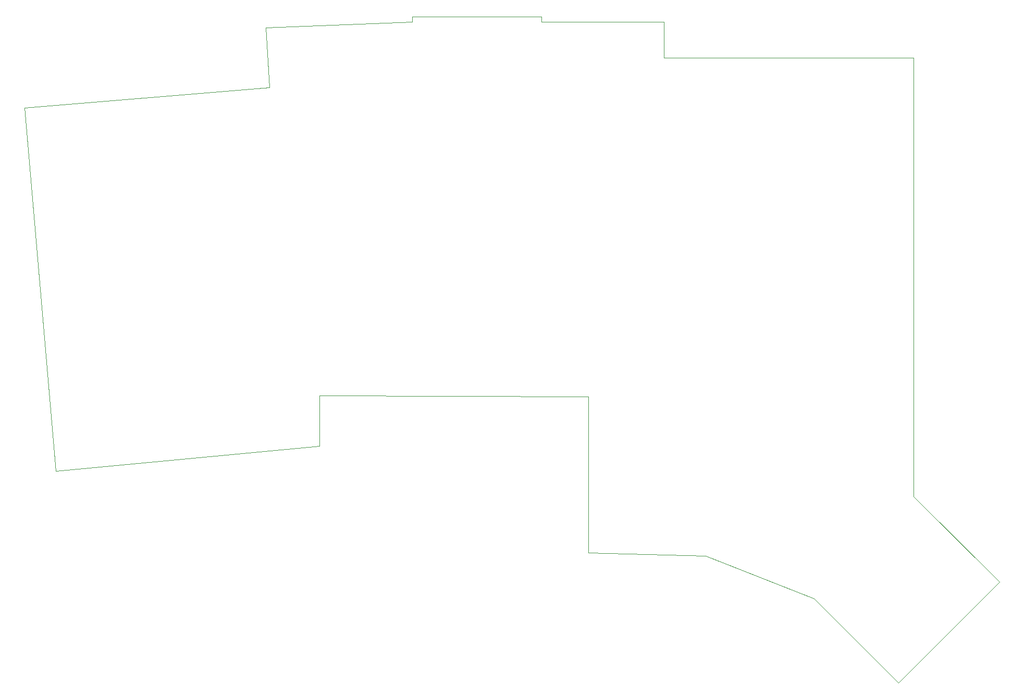
<source format=gm1>
G04 #@! TF.GenerationSoftware,KiCad,Pcbnew,8.0.4*
G04 #@! TF.CreationDate,2024-08-27T16:31:29+02:00*
G04 #@! TF.ProjectId,totem_0_3,746f7465-6d5f-4305-9f33-2e6b69636164,0.3*
G04 #@! TF.SameCoordinates,Original*
G04 #@! TF.FileFunction,Profile,NP*
%FSLAX46Y46*%
G04 Gerber Fmt 4.6, Leading zero omitted, Abs format (unit mm)*
G04 Created by KiCad (PCBNEW 8.0.4) date 2024-08-27 16:31:29*
%MOMM*%
%LPD*%
G01*
G04 APERTURE LIST*
G04 #@! TA.AperFunction,Profile*
%ADD10C,0.100000*%
G04 #@! TD*
G04 APERTURE END LIST*
D10*
X174774000Y-153518800D02*
X191157000Y-137034200D01*
X177237800Y-51791800D02*
X136674000Y-51791800D01*
X37868000Y-119000200D02*
X80743200Y-114987000D01*
X116735000Y-45111600D02*
X95754600Y-45111600D01*
X72005600Y-46915000D02*
X72589800Y-56592400D01*
X124354659Y-132293925D02*
X143405000Y-132868600D01*
X191157000Y-137034200D02*
X177237800Y-123191200D01*
X72589800Y-56592400D02*
X32813400Y-59945200D01*
X95780000Y-45975200D02*
X72005600Y-46915000D01*
X143405000Y-132868600D02*
X161032600Y-139777400D01*
X136674000Y-51791800D02*
X136674000Y-45924400D01*
X124381081Y-106890750D02*
X124354659Y-132293925D01*
X95754600Y-45111600D02*
X95780000Y-45975200D01*
X32813400Y-59945200D02*
X37868000Y-119000200D01*
X136674000Y-45924400D02*
X116760400Y-45924400D01*
X177237800Y-123191200D02*
X177237800Y-51791800D01*
X80743200Y-106770100D02*
X124381081Y-106890750D01*
X161032600Y-139777400D02*
X174774000Y-153518800D01*
X80743200Y-114987000D02*
X80743200Y-106770100D01*
X116760400Y-45924400D02*
X116735000Y-45111600D01*
M02*

</source>
